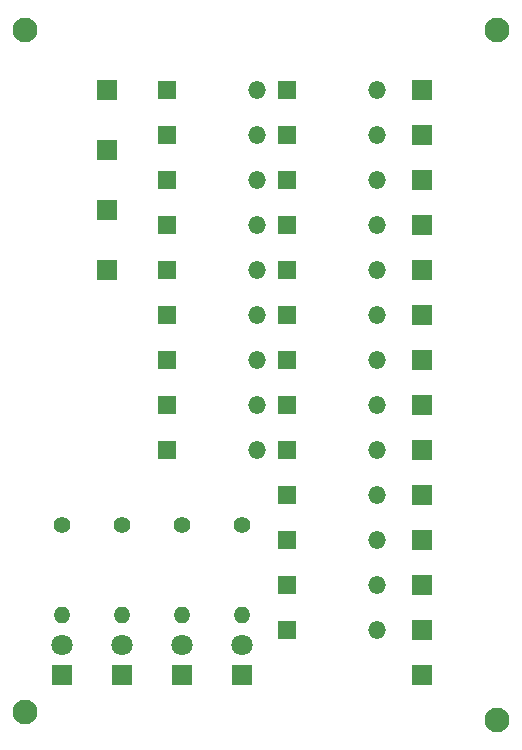
<source format=gbr>
%TF.GenerationSoftware,KiCad,Pcbnew,7.0.8*%
%TF.CreationDate,2023-10-14T14:00:06-07:00*%
%TF.ProjectId,alu_control,616c755f-636f-46e7-9472-6f6c2e6b6963,rev?*%
%TF.SameCoordinates,Original*%
%TF.FileFunction,Soldermask,Bot*%
%TF.FilePolarity,Negative*%
%FSLAX46Y46*%
G04 Gerber Fmt 4.6, Leading zero omitted, Abs format (unit mm)*
G04 Created by KiCad (PCBNEW 7.0.8) date 2023-10-14 14:00:06*
%MOMM*%
%LPD*%
G01*
G04 APERTURE LIST*
%ADD10R,1.500000X1.500000*%
%ADD11O,1.500000X1.500000*%
%ADD12R,1.700000X1.700000*%
%ADD13C,1.400000*%
%ADD14O,1.400000X1.400000*%
%ADD15C,2.100000*%
%ADD16R,1.800000X1.800000*%
%ADD17C,1.800000*%
G04 APERTURE END LIST*
D10*
%TO.C,D16*%
X34925000Y-51435000D03*
D11*
X42545000Y-51435000D03*
%TD*%
D10*
%TO.C,D22*%
X45085000Y-62865000D03*
D11*
X52705000Y-62865000D03*
%TD*%
D12*
%TO.C,STO*%
X56515000Y-40005000D03*
%TD*%
D10*
%TO.C,D19*%
X45085000Y-55245000D03*
D11*
X52705000Y-55245000D03*
%TD*%
D10*
%TO.C,D4*%
X45085000Y-47625000D03*
D11*
X52705000Y-47625000D03*
%TD*%
D10*
%TO.C,D11*%
X34925000Y-40005000D03*
D11*
X42545000Y-40005000D03*
%TD*%
D10*
%TO.C,D17*%
X45085000Y-51435000D03*
D11*
X52705000Y-51435000D03*
%TD*%
D13*
%TO.C,1K*%
X36195000Y-65405000D03*
D14*
X36195000Y-73025000D03*
%TD*%
D12*
%TO.C,NOP*%
X56515000Y-28575000D03*
%TD*%
%TO.C,GND*%
X56515000Y-78105000D03*
%TD*%
D15*
%TO.C,REF\u002A\u002A*%
X22860000Y-23495000D03*
%TD*%
D12*
%TO.C,01_BAR*%
X29845000Y-33655000D03*
%TD*%
D10*
%TO.C,D5*%
X45085000Y-66675000D03*
D11*
X52705000Y-66675000D03*
%TD*%
D10*
%TO.C,D7*%
X45085000Y-74295000D03*
D11*
X52705000Y-74295000D03*
%TD*%
D10*
%TO.C,D9*%
X34920000Y-28575000D03*
D11*
X42540000Y-28575000D03*
%TD*%
D13*
%TO.C,1K*%
X26035000Y-65405000D03*
D14*
X26035000Y-73025000D03*
%TD*%
D10*
%TO.C,D21*%
X34925000Y-59055000D03*
D11*
X42545000Y-59055000D03*
%TD*%
D12*
%TO.C,LD*%
X56515000Y-32385000D03*
%TD*%
%TO.C,00_BAR*%
X29845000Y-28575000D03*
%TD*%
%TO.C,OR*%
X56515000Y-62865000D03*
%TD*%
%TO.C,LDC*%
X56515000Y-36195000D03*
%TD*%
D10*
%TO.C,D13*%
X34925000Y-47625000D03*
D11*
X42545000Y-47625000D03*
%TD*%
D10*
%TO.C,D12*%
X34920000Y-43815000D03*
D11*
X42540000Y-43815000D03*
%TD*%
D10*
%TO.C,D8*%
X34925000Y-32385000D03*
D11*
X42545000Y-32385000D03*
%TD*%
D10*
%TO.C,D20*%
X45085000Y-59055000D03*
D11*
X52705000Y-59055000D03*
%TD*%
D12*
%TO.C,XOR*%
X56515000Y-55245000D03*
%TD*%
D10*
%TO.C,D14*%
X45085000Y-32385000D03*
D11*
X52705000Y-32385000D03*
%TD*%
D12*
%TO.C,JMP*%
X56515000Y-66675000D03*
%TD*%
D10*
%TO.C,D3*%
X45085000Y-43815000D03*
D11*
X52705000Y-43815000D03*
%TD*%
D12*
%TO.C,10_BAR*%
X29845000Y-38735000D03*
%TD*%
D16*
%TO.C,D23*%
X26035000Y-78105000D03*
D17*
X26035000Y-75565000D03*
%TD*%
D10*
%TO.C,D15*%
X45085000Y-36195000D03*
D11*
X52705000Y-36195000D03*
%TD*%
D16*
%TO.C,D26*%
X41275000Y-78105000D03*
D17*
X41275000Y-75565000D03*
%TD*%
D10*
%TO.C,D10*%
X34920000Y-36195000D03*
D11*
X42540000Y-36195000D03*
%TD*%
D12*
%TO.C,RET*%
X56515000Y-74295000D03*
%TD*%
%TO.C,11_BAR*%
X29845000Y-43815000D03*
%TD*%
D10*
%TO.C,D6*%
X45085000Y-70485000D03*
D11*
X52705000Y-70485000D03*
%TD*%
D10*
%TO.C,D18*%
X34925000Y-55245000D03*
D11*
X42545000Y-55245000D03*
%TD*%
D10*
%TO.C,D2*%
X45085000Y-40005000D03*
D11*
X52705000Y-40005000D03*
%TD*%
D15*
%TO.C,REF\u002A\u002A*%
X62865000Y-23495000D03*
%TD*%
D12*
%TO.C,XNOR*%
X56515000Y-51435000D03*
%TD*%
D10*
%TO.C,D1*%
X45080000Y-28575000D03*
D11*
X52700000Y-28575000D03*
%TD*%
D12*
%TO.C,OEN*%
X56515000Y-47625000D03*
%TD*%
D16*
%TO.C,D25*%
X36195000Y-78105000D03*
D17*
X36195000Y-75565000D03*
%TD*%
D15*
%TO.C,REF\u002A\u002A*%
X62865000Y-81915000D03*
%TD*%
D12*
%TO.C,AND*%
X56515000Y-59055000D03*
%TD*%
%TO.C,SKZ*%
X56515000Y-70485000D03*
%TD*%
D13*
%TO.C,1K*%
X31115000Y-65405000D03*
D14*
X31115000Y-73025000D03*
%TD*%
D15*
%TO.C,REF\u002A\u002A*%
X22860000Y-81280000D03*
%TD*%
D16*
%TO.C,D24*%
X31115000Y-78105000D03*
D17*
X31115000Y-75565000D03*
%TD*%
D13*
%TO.C,1K*%
X41275000Y-65405000D03*
D14*
X41275000Y-73025000D03*
%TD*%
D12*
%TO.C,STOC*%
X56515000Y-43815000D03*
%TD*%
M02*

</source>
